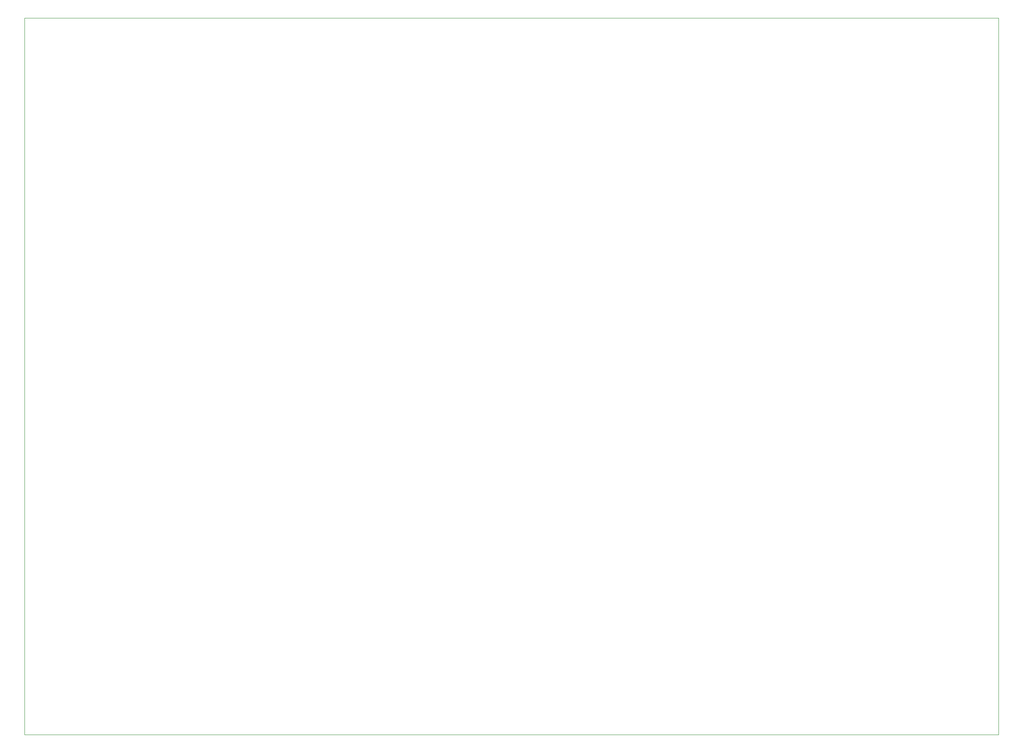
<source format=gbo>
G04 #@! TF.FileFunction,Legend,Bot*
%FSLAX46Y46*%
G04 Gerber Fmt 4.6, Leading zero omitted, Abs format (unit mm)*
G04 Created by KiCad (PCBNEW (2015-09-17 BZR 6202)-product) date Saturday, October 24, 2015 'PMt' 02:33:44 PM*
%MOMM*%
G01*
G04 APERTURE LIST*
%ADD10C,0.100000*%
G04 APERTURE END LIST*
D10*
X226060000Y-24130000D02*
X226060000Y-172720000D01*
X226063993Y-24130000D02*
X24130000Y-24130000D01*
X24130000Y-172720000D02*
X226063993Y-172720000D01*
X24130000Y-24130000D02*
X24130000Y-172720000D01*
M02*

</source>
